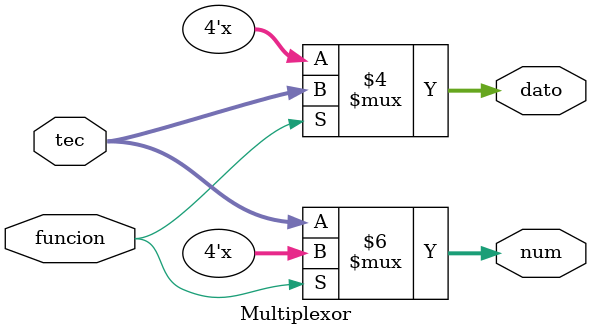
<source format=v>
`timescale 1ns / 1ps

module Multiplexor(funcion, tec, dato, num);
input funcion;
input [3:0] tec;
output reg [3:0] dato, num;

initial begin
	dato<=0;
	num<=0;
end

always @(tec)begin
	
	if (~funcion)
		num<=tec;
	
	if(funcion)
		dato<=tec;


end
endmodule


</source>
